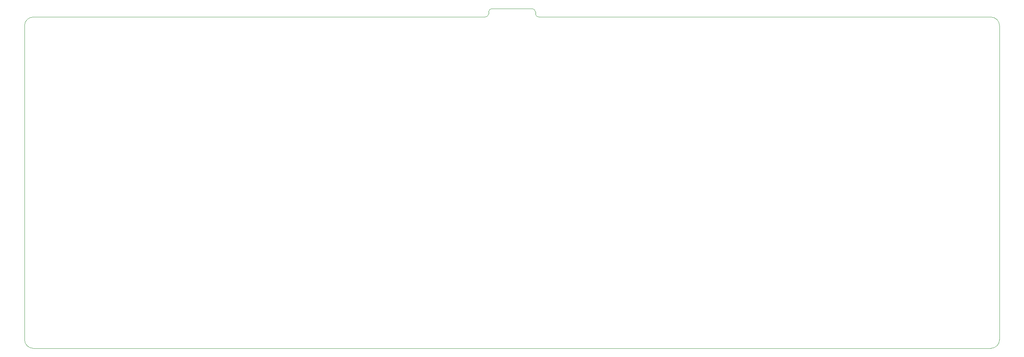
<source format=gbr>
%TF.GenerationSoftware,KiCad,Pcbnew,(6.0.1)*%
%TF.CreationDate,2022-06-07T22:21:37+02:00*%
%TF.ProjectId,dizzy40,64697a7a-7934-4302-9e6b-696361645f70,rev?*%
%TF.SameCoordinates,Original*%
%TF.FileFunction,Profile,NP*%
%FSLAX46Y46*%
G04 Gerber Fmt 4.6, Leading zero omitted, Abs format (unit mm)*
G04 Created by KiCad (PCBNEW (6.0.1)) date 2022-06-07 22:21:37*
%MOMM*%
%LPD*%
G01*
G04 APERTURE LIST*
%TA.AperFunction,Profile*%
%ADD10C,0.100000*%
%TD*%
G04 APERTURE END LIST*
D10*
X141350200Y-59435400D02*
G75*
G03*
X142150200Y-58635400I-1J800001D01*
G01*
X153950200Y-59435400D02*
X260150200Y-59435400D01*
X262150200Y-61435400D02*
X262150200Y-135435400D01*
X153150200Y-58635400D02*
G75*
G03*
X153950200Y-59435400I800001J1D01*
G01*
X260150200Y-137435400D02*
X35150200Y-137435400D01*
X153150200Y-58235400D02*
G75*
G03*
X152350200Y-57435400I-800001J-1D01*
G01*
X142950200Y-57435400D02*
X152350200Y-57435400D01*
X35150200Y-59435400D02*
G75*
G03*
X33150200Y-61435400I-1J-1999999D01*
G01*
X142950200Y-57435400D02*
G75*
G03*
X142150200Y-58235400I1J-800001D01*
G01*
X33150200Y-135435400D02*
G75*
G03*
X35150200Y-137435400I1999999J-1D01*
G01*
X35150200Y-59435400D02*
X141350200Y-59435400D01*
X153150200Y-58235400D02*
X153150200Y-58635400D01*
X33150200Y-135435400D02*
X33150200Y-61435400D01*
X262150200Y-61435400D02*
G75*
G03*
X260150200Y-59435400I-1999999J1D01*
G01*
X260150200Y-137435400D02*
G75*
G03*
X262150200Y-135435400I1J1999999D01*
G01*
X142150200Y-58635400D02*
X142150200Y-58235400D01*
M02*

</source>
